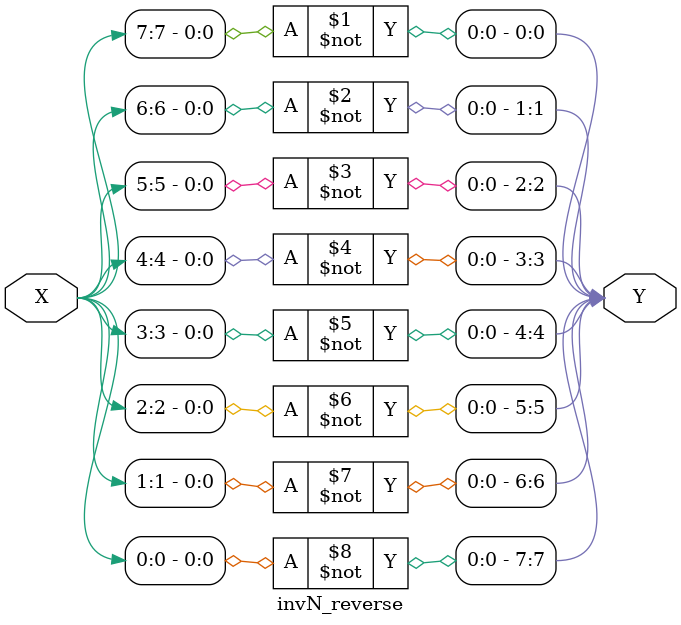
<source format=sv>
module invN_reverse #(parameter N=8) (output logic[N-1:0] Y, input logic[N-1:0] X);

//An integer that will never be represented in the final synthesis
genvar i;

generate 
 for (i=0; i<N; i=i+1) 
 begin : i_loop
	not ui (Y[i], X[N-1-i]);
 end
endgenerate

endmodule




</source>
